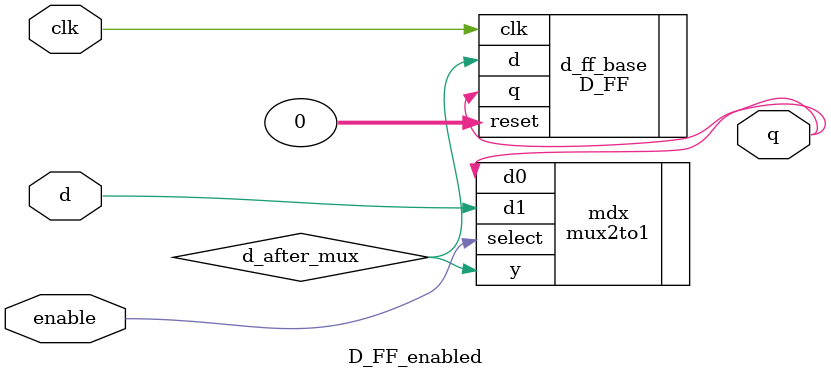
<source format=sv>
`timescale 1ps/100fs

module D_FF_enabled (q, d, clk, enable);
	output logic q;
	input d, clk, enable;
	logic not_enable;
	logic d_after_mux;
	
	mux2to1 mdx(.d0(q), .d1(d), .select(enable), .y(d_after_mux));
	D_FF d_ff_base(.q(q), .d(d_after_mux), .reset(0),.clk);
	
endmodule
</source>
